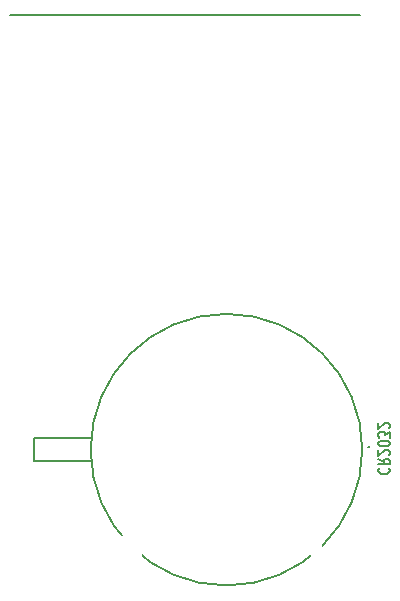
<source format=gbo>
G04 #@! TF.GenerationSoftware,KiCad,Pcbnew,9.0.5*
G04 #@! TF.CreationDate,2025-12-10T12:56:38+01:00*
G04 #@! TF.ProjectId,PCB Main,50434220-4d61-4696-9e2e-6b696361645f,rev?*
G04 #@! TF.SameCoordinates,Original*
G04 #@! TF.FileFunction,Legend,Bot*
G04 #@! TF.FilePolarity,Positive*
%FSLAX46Y46*%
G04 Gerber Fmt 4.6, Leading zero omitted, Abs format (unit mm)*
G04 Created by KiCad (PCBNEW 9.0.5) date 2025-12-10 12:56:38*
%MOMM*%
%LPD*%
G01*
G04 APERTURE LIST*
G04 Aperture macros list*
%AMRoundRect*
0 Rectangle with rounded corners*
0 $1 Rounding radius*
0 $2 $3 $4 $5 $6 $7 $8 $9 X,Y pos of 4 corners*
0 Add a 4 corners polygon primitive as box body*
4,1,4,$2,$3,$4,$5,$6,$7,$8,$9,$2,$3,0*
0 Add four circle primitives for the rounded corners*
1,1,$1+$1,$2,$3*
1,1,$1+$1,$4,$5*
1,1,$1+$1,$6,$7*
1,1,$1+$1,$8,$9*
0 Add four rect primitives between the rounded corners*
20,1,$1+$1,$2,$3,$4,$5,0*
20,1,$1+$1,$4,$5,$6,$7,0*
20,1,$1+$1,$6,$7,$8,$9,0*
20,1,$1+$1,$8,$9,$2,$3,0*%
G04 Aperture macros list end*
%ADD10C,0.160000*%
%ADD11C,0.150000*%
%ADD12C,0.200000*%
%ADD13R,1.700000X1.700000*%
%ADD14C,1.700000*%
%ADD15RoundRect,0.250000X-0.600000X-0.750000X0.600000X-0.750000X0.600000X0.750000X-0.600000X0.750000X0*%
%ADD16O,1.700000X2.000000*%
%ADD17C,2.200000*%
%ADD18C,1.446000*%
G04 APERTURE END LIST*
D10*
X66203843Y-31732576D02*
X36612843Y-31732576D01*
D11*
X67839419Y-70129190D02*
X67791800Y-70167286D01*
X67791800Y-70167286D02*
X67744180Y-70281571D01*
X67744180Y-70281571D02*
X67744180Y-70357762D01*
X67744180Y-70357762D02*
X67791800Y-70472048D01*
X67791800Y-70472048D02*
X67887038Y-70548238D01*
X67887038Y-70548238D02*
X67982276Y-70586333D01*
X67982276Y-70586333D02*
X68172752Y-70624429D01*
X68172752Y-70624429D02*
X68315609Y-70624429D01*
X68315609Y-70624429D02*
X68506085Y-70586333D01*
X68506085Y-70586333D02*
X68601323Y-70548238D01*
X68601323Y-70548238D02*
X68696561Y-70472048D01*
X68696561Y-70472048D02*
X68744180Y-70357762D01*
X68744180Y-70357762D02*
X68744180Y-70281571D01*
X68744180Y-70281571D02*
X68696561Y-70167286D01*
X68696561Y-70167286D02*
X68648942Y-70129190D01*
X67744180Y-69329190D02*
X68220371Y-69595857D01*
X67744180Y-69786333D02*
X68744180Y-69786333D01*
X68744180Y-69786333D02*
X68744180Y-69481571D01*
X68744180Y-69481571D02*
X68696561Y-69405381D01*
X68696561Y-69405381D02*
X68648942Y-69367286D01*
X68648942Y-69367286D02*
X68553704Y-69329190D01*
X68553704Y-69329190D02*
X68410847Y-69329190D01*
X68410847Y-69329190D02*
X68315609Y-69367286D01*
X68315609Y-69367286D02*
X68267990Y-69405381D01*
X68267990Y-69405381D02*
X68220371Y-69481571D01*
X68220371Y-69481571D02*
X68220371Y-69786333D01*
X68648942Y-69024429D02*
X68696561Y-68986333D01*
X68696561Y-68986333D02*
X68744180Y-68910143D01*
X68744180Y-68910143D02*
X68744180Y-68719667D01*
X68744180Y-68719667D02*
X68696561Y-68643476D01*
X68696561Y-68643476D02*
X68648942Y-68605381D01*
X68648942Y-68605381D02*
X68553704Y-68567286D01*
X68553704Y-68567286D02*
X68458466Y-68567286D01*
X68458466Y-68567286D02*
X68315609Y-68605381D01*
X68315609Y-68605381D02*
X67744180Y-69062524D01*
X67744180Y-69062524D02*
X67744180Y-68567286D01*
X68744180Y-68072047D02*
X68744180Y-67995857D01*
X68744180Y-67995857D02*
X68696561Y-67919666D01*
X68696561Y-67919666D02*
X68648942Y-67881571D01*
X68648942Y-67881571D02*
X68553704Y-67843476D01*
X68553704Y-67843476D02*
X68363228Y-67805381D01*
X68363228Y-67805381D02*
X68125133Y-67805381D01*
X68125133Y-67805381D02*
X67934657Y-67843476D01*
X67934657Y-67843476D02*
X67839419Y-67881571D01*
X67839419Y-67881571D02*
X67791800Y-67919666D01*
X67791800Y-67919666D02*
X67744180Y-67995857D01*
X67744180Y-67995857D02*
X67744180Y-68072047D01*
X67744180Y-68072047D02*
X67791800Y-68148238D01*
X67791800Y-68148238D02*
X67839419Y-68186333D01*
X67839419Y-68186333D02*
X67934657Y-68224428D01*
X67934657Y-68224428D02*
X68125133Y-68262524D01*
X68125133Y-68262524D02*
X68363228Y-68262524D01*
X68363228Y-68262524D02*
X68553704Y-68224428D01*
X68553704Y-68224428D02*
X68648942Y-68186333D01*
X68648942Y-68186333D02*
X68696561Y-68148238D01*
X68696561Y-68148238D02*
X68744180Y-68072047D01*
X68744180Y-67538714D02*
X68744180Y-67043476D01*
X68744180Y-67043476D02*
X68363228Y-67310142D01*
X68363228Y-67310142D02*
X68363228Y-67195857D01*
X68363228Y-67195857D02*
X68315609Y-67119666D01*
X68315609Y-67119666D02*
X68267990Y-67081571D01*
X68267990Y-67081571D02*
X68172752Y-67043476D01*
X68172752Y-67043476D02*
X67934657Y-67043476D01*
X67934657Y-67043476D02*
X67839419Y-67081571D01*
X67839419Y-67081571D02*
X67791800Y-67119666D01*
X67791800Y-67119666D02*
X67744180Y-67195857D01*
X67744180Y-67195857D02*
X67744180Y-67424428D01*
X67744180Y-67424428D02*
X67791800Y-67500619D01*
X67791800Y-67500619D02*
X67839419Y-67538714D01*
X68648942Y-66738714D02*
X68696561Y-66700618D01*
X68696561Y-66700618D02*
X68744180Y-66624428D01*
X68744180Y-66624428D02*
X68744180Y-66433952D01*
X68744180Y-66433952D02*
X68696561Y-66357761D01*
X68696561Y-66357761D02*
X68648942Y-66319666D01*
X68648942Y-66319666D02*
X68553704Y-66281571D01*
X68553704Y-66281571D02*
X68458466Y-66281571D01*
X68458466Y-66281571D02*
X68315609Y-66319666D01*
X68315609Y-66319666D02*
X67744180Y-66776809D01*
X67744180Y-66776809D02*
X67744180Y-66281571D01*
D12*
X38596843Y-67562576D02*
X38596843Y-69562576D01*
X38596843Y-69562576D02*
X43396843Y-69562576D01*
X43396843Y-67562576D02*
X38596843Y-67562576D01*
X43396843Y-68562576D02*
X43396843Y-68562576D01*
X66396843Y-68562576D02*
X66396843Y-68562576D01*
X66896843Y-68362576D02*
X66896843Y-68362576D01*
X66996843Y-68362576D02*
X66996843Y-68362576D01*
X43396843Y-68562576D02*
G75*
G02*
X66396843Y-68562576I11500000J0D01*
G01*
X66396843Y-68562576D02*
G75*
G02*
X43396843Y-68562576I-11500000J0D01*
G01*
X66896843Y-68362576D02*
G75*
G02*
X66996843Y-68362576I50000J0D01*
G01*
X66996843Y-68362576D02*
G75*
G02*
X66896843Y-68362576I-50000J0D01*
G01*
%LPC*%
D13*
X72175534Y-62667040D03*
D14*
X72175534Y-65207040D03*
X72175534Y-67747040D03*
D13*
X89535000Y-56510000D03*
D14*
X89535000Y-59050000D03*
D13*
X96442500Y-62497000D03*
D14*
X96442500Y-65037000D03*
X96442500Y-67577000D03*
X96442500Y-70117000D03*
D13*
X93762843Y-79611576D03*
D14*
X91222843Y-79611576D03*
X88682843Y-79611576D03*
D15*
X88067843Y-34078576D03*
D16*
X90567843Y-34078576D03*
D17*
X39066500Y-80192000D03*
X39066500Y-35192000D03*
D13*
X46899843Y-76690576D03*
D14*
X49439843Y-76690576D03*
X51979843Y-76690576D03*
X54519843Y-76690576D03*
X57059843Y-76690576D03*
X59599843Y-76690576D03*
X62139843Y-76690576D03*
D13*
X67219843Y-76685576D03*
D14*
X67219843Y-79225576D03*
D15*
X78415843Y-34078576D03*
D16*
X80915843Y-34078576D03*
D13*
X84504500Y-79575000D03*
D14*
X81964500Y-79575000D03*
X79424500Y-79575000D03*
D13*
X96442500Y-49797000D03*
D14*
X96442500Y-52337000D03*
X96442500Y-54877000D03*
X96442500Y-57417000D03*
D13*
X85852000Y-56510000D03*
D14*
X85852000Y-59050000D03*
D17*
X98066500Y-80192000D03*
D13*
X75233500Y-56528000D03*
D14*
X77773500Y-56528000D03*
X80313500Y-56528000D03*
D17*
X98066500Y-35192000D03*
D13*
X73950843Y-79225576D03*
D14*
X73950843Y-76685576D03*
X73950843Y-74145576D03*
D18*
X60996843Y-68562576D03*
X40996843Y-68562576D03*
%LPD*%
M02*

</source>
